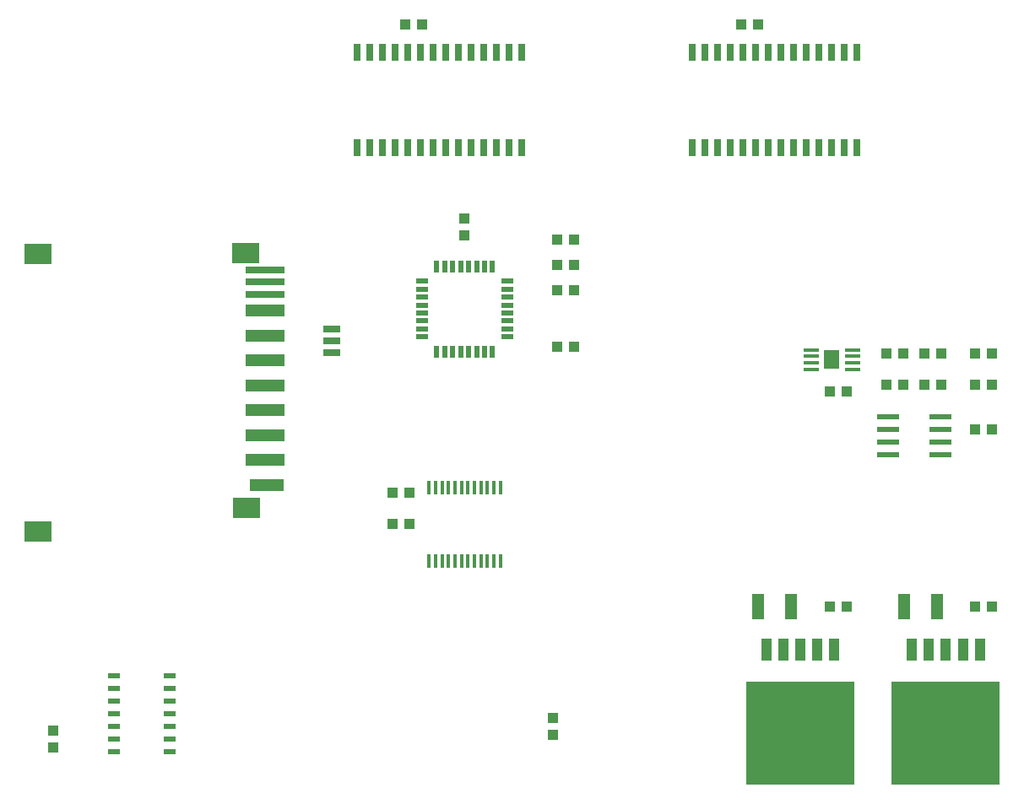
<source format=gtp>
G75*
%MOIN*%
%OFA0B0*%
%FSLAX24Y24*%
%IPPOS*%
%LPD*%
%AMOC8*
5,1,8,0,0,1.08239X$1,22.5*
%
%ADD10R,0.0500X0.0220*%
%ADD11R,0.0220X0.0500*%
%ADD12R,0.0669X0.0276*%
%ADD13R,0.0433X0.0394*%
%ADD14R,0.0394X0.0433*%
%ADD15R,0.0137X0.0550*%
%ADD16R,0.0256X0.0669*%
%ADD17R,0.0472X0.0236*%
%ADD18R,0.0630X0.0157*%
%ADD19R,0.0618X0.0744*%
%ADD20R,0.4252X0.4098*%
%ADD21R,0.0420X0.0850*%
%ADD22R,0.0472X0.0984*%
%ADD23R,0.1102X0.0787*%
%ADD24R,0.1575X0.0276*%
%ADD25R,0.1575X0.0472*%
%ADD26R,0.1378X0.0472*%
%ADD27R,0.0866X0.0236*%
D10*
X016660Y018460D03*
X016660Y018775D03*
X016660Y019090D03*
X016660Y019405D03*
X016660Y019720D03*
X016660Y020035D03*
X016660Y020350D03*
X016660Y020665D03*
X020040Y020665D03*
X020040Y020350D03*
X020040Y020035D03*
X020040Y019720D03*
X020040Y019405D03*
X020040Y019090D03*
X020040Y018775D03*
X020040Y018460D03*
D11*
X019452Y017872D03*
X019137Y017872D03*
X018822Y017872D03*
X018507Y017872D03*
X018193Y017872D03*
X017878Y017872D03*
X017563Y017872D03*
X017248Y017872D03*
X017248Y021252D03*
X017563Y021252D03*
X017878Y021252D03*
X018193Y021252D03*
X018507Y021252D03*
X018822Y021252D03*
X019137Y021252D03*
X019452Y021252D03*
D12*
X013100Y018785D03*
X013100Y018312D03*
X013100Y017840D03*
D13*
X015515Y012312D03*
X016185Y012312D03*
X016185Y011062D03*
X015515Y011062D03*
X022015Y018062D03*
X022685Y018062D03*
X022685Y020312D03*
X022015Y020312D03*
X022015Y021312D03*
X022685Y021312D03*
X022685Y022312D03*
X022015Y022312D03*
X032765Y016312D03*
X033435Y016312D03*
X035015Y016562D03*
X035685Y016562D03*
X036515Y016562D03*
X037185Y016562D03*
X037185Y017812D03*
X036515Y017812D03*
X035685Y017812D03*
X035015Y017812D03*
X038515Y017812D03*
X039185Y017812D03*
X039185Y016562D03*
X038515Y016562D03*
X038515Y014812D03*
X039185Y014812D03*
X039185Y007812D03*
X038515Y007812D03*
X033435Y007812D03*
X032765Y007812D03*
X029935Y030812D03*
X029265Y030812D03*
X016685Y030812D03*
X016015Y030812D03*
D14*
X002100Y002228D03*
X002100Y002897D03*
X021850Y002728D03*
X021850Y003397D03*
X018350Y022478D03*
X018350Y023147D03*
D15*
X018222Y012502D03*
X017966Y012502D03*
X017710Y012502D03*
X017454Y012502D03*
X017198Y012502D03*
X016943Y012502D03*
X018478Y012502D03*
X018734Y012502D03*
X018990Y012502D03*
X019246Y012502D03*
X019502Y012502D03*
X019757Y012502D03*
X019757Y009623D03*
X019502Y009623D03*
X019246Y009623D03*
X018990Y009623D03*
X018734Y009623D03*
X018478Y009623D03*
X018222Y009623D03*
X017966Y009623D03*
X017710Y009623D03*
X017454Y009623D03*
X017198Y009623D03*
X016943Y009623D03*
D16*
X017100Y025931D03*
X016600Y025931D03*
X016100Y025931D03*
X015600Y025931D03*
X015100Y025931D03*
X014600Y025931D03*
X014100Y025931D03*
X017600Y025931D03*
X018100Y025931D03*
X018600Y025931D03*
X019100Y025931D03*
X019600Y025931D03*
X020100Y025931D03*
X020600Y025931D03*
X020600Y029694D03*
X020100Y029694D03*
X019600Y029694D03*
X019100Y029694D03*
X018600Y029694D03*
X018100Y029694D03*
X017600Y029694D03*
X017100Y029694D03*
X016600Y029694D03*
X016100Y029694D03*
X015600Y029694D03*
X015100Y029694D03*
X014600Y029694D03*
X014100Y029694D03*
X027350Y029694D03*
X027850Y029694D03*
X028350Y029694D03*
X028850Y029694D03*
X029350Y029694D03*
X029850Y029694D03*
X030350Y029694D03*
X030850Y029694D03*
X031350Y029694D03*
X031850Y029694D03*
X032350Y029694D03*
X032850Y029694D03*
X033350Y029694D03*
X033850Y029694D03*
X033850Y025931D03*
X033350Y025931D03*
X032850Y025931D03*
X032350Y025931D03*
X031850Y025931D03*
X031350Y025931D03*
X030850Y025931D03*
X030350Y025931D03*
X029850Y025931D03*
X029350Y025931D03*
X028850Y025931D03*
X028350Y025931D03*
X027850Y025931D03*
X027350Y025931D03*
D17*
X006702Y005062D03*
X006702Y004562D03*
X006702Y004062D03*
X006702Y003562D03*
X006702Y003062D03*
X006702Y002562D03*
X006702Y002062D03*
X004498Y002062D03*
X004498Y002562D03*
X004498Y003062D03*
X004498Y003562D03*
X004498Y004062D03*
X004498Y004562D03*
X004498Y005062D03*
D18*
X032023Y017179D03*
X032023Y017434D03*
X032023Y017690D03*
X032023Y017946D03*
X033677Y017946D03*
X033677Y017690D03*
X033677Y017434D03*
X033677Y017179D03*
D19*
X032850Y017562D03*
D20*
X031600Y002812D03*
X037350Y002812D03*
D21*
X037350Y006092D03*
X036680Y006092D03*
X036010Y006092D03*
X038020Y006092D03*
X038690Y006092D03*
X032940Y006092D03*
X032270Y006092D03*
X031600Y006092D03*
X030930Y006092D03*
X030260Y006092D03*
D22*
X029950Y007812D03*
X031250Y007812D03*
X035700Y007812D03*
X037000Y007812D03*
D23*
X009746Y011706D03*
X001517Y010761D03*
X001517Y021745D03*
X009706Y021785D03*
D24*
X010454Y021116D03*
X010454Y020643D03*
X010454Y020131D03*
D25*
X010454Y019501D03*
X010454Y018517D03*
X010454Y017533D03*
X010454Y016549D03*
X010454Y015564D03*
X010454Y014580D03*
X010454Y013596D03*
D26*
X010553Y012612D03*
D27*
X035076Y013812D03*
X035076Y014312D03*
X035076Y014812D03*
X035076Y015312D03*
X037124Y015312D03*
X037124Y014812D03*
X037124Y014312D03*
X037124Y013812D03*
M02*

</source>
